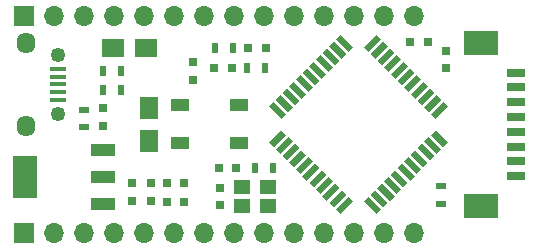
<source format=gbr>
G04 #@! TF.FileFunction,Soldermask,Top*
%FSLAX46Y46*%
G04 Gerber Fmt 4.6, Leading zero omitted, Abs format (unit mm)*
G04 Created by KiCad (PCBNEW 4.0.7-e2-6376~61~ubuntu18.04.1) date Sun Sep 30 15:28:24 2018*
%MOMM*%
%LPD*%
G01*
G04 APERTURE LIST*
%ADD10C,0.100000*%
%ADD11R,1.350000X0.400000*%
%ADD12O,1.250000X1.250000*%
%ADD13O,1.550000X1.800000*%
%ADD14R,1.600000X1.000000*%
%ADD15R,1.600000X0.800000*%
%ADD16R,3.000000X2.100000*%
%ADD17R,2.032000X3.657600*%
%ADD18R,2.032000X1.016000*%
%ADD19R,0.750000X0.800000*%
%ADD20R,0.800000X0.750000*%
%ADD21R,1.950000X1.500000*%
%ADD22R,1.500000X1.950000*%
%ADD23R,0.500000X0.900000*%
%ADD24R,0.900000X0.500000*%
%ADD25R,1.400000X1.200000*%
%ADD26R,1.700000X1.700000*%
%ADD27O,1.700000X1.700000*%
G04 APERTURE END LIST*
D10*
G36*
X77673134Y-53305188D02*
X78062042Y-52916280D01*
X79122702Y-53976940D01*
X78733794Y-54365848D01*
X77673134Y-53305188D01*
X77673134Y-53305188D01*
G37*
G36*
X77107449Y-53870874D02*
X77496357Y-53481966D01*
X78557017Y-54542626D01*
X78168109Y-54931534D01*
X77107449Y-53870874D01*
X77107449Y-53870874D01*
G37*
G36*
X76541764Y-54436559D02*
X76930672Y-54047651D01*
X77991332Y-55108311D01*
X77602424Y-55497219D01*
X76541764Y-54436559D01*
X76541764Y-54436559D01*
G37*
G36*
X75976078Y-55002244D02*
X76364986Y-54613336D01*
X77425646Y-55673996D01*
X77036738Y-56062904D01*
X75976078Y-55002244D01*
X75976078Y-55002244D01*
G37*
G36*
X75410393Y-55567930D02*
X75799301Y-55179022D01*
X76859961Y-56239682D01*
X76471053Y-56628590D01*
X75410393Y-55567930D01*
X75410393Y-55567930D01*
G37*
G36*
X74844707Y-56133615D02*
X75233615Y-55744707D01*
X76294275Y-56805367D01*
X75905367Y-57194275D01*
X74844707Y-56133615D01*
X74844707Y-56133615D01*
G37*
G36*
X74279022Y-56699301D02*
X74667930Y-56310393D01*
X75728590Y-57371053D01*
X75339682Y-57759961D01*
X74279022Y-56699301D01*
X74279022Y-56699301D01*
G37*
G36*
X73713336Y-57264986D02*
X74102244Y-56876078D01*
X75162904Y-57936738D01*
X74773996Y-58325646D01*
X73713336Y-57264986D01*
X73713336Y-57264986D01*
G37*
G36*
X73147651Y-57830672D02*
X73536559Y-57441764D01*
X74597219Y-58502424D01*
X74208311Y-58891332D01*
X73147651Y-57830672D01*
X73147651Y-57830672D01*
G37*
G36*
X72581966Y-58396357D02*
X72970874Y-58007449D01*
X74031534Y-59068109D01*
X73642626Y-59457017D01*
X72581966Y-58396357D01*
X72581966Y-58396357D01*
G37*
G36*
X72016280Y-58962042D02*
X72405188Y-58573134D01*
X73465848Y-59633794D01*
X73076940Y-60022702D01*
X72016280Y-58962042D01*
X72016280Y-58962042D01*
G37*
G36*
X72405188Y-62426866D02*
X72016280Y-62037958D01*
X73076940Y-60977298D01*
X73465848Y-61366206D01*
X72405188Y-62426866D01*
X72405188Y-62426866D01*
G37*
G36*
X72970874Y-62992551D02*
X72581966Y-62603643D01*
X73642626Y-61542983D01*
X74031534Y-61931891D01*
X72970874Y-62992551D01*
X72970874Y-62992551D01*
G37*
G36*
X73536559Y-63558236D02*
X73147651Y-63169328D01*
X74208311Y-62108668D01*
X74597219Y-62497576D01*
X73536559Y-63558236D01*
X73536559Y-63558236D01*
G37*
G36*
X74102244Y-64123922D02*
X73713336Y-63735014D01*
X74773996Y-62674354D01*
X75162904Y-63063262D01*
X74102244Y-64123922D01*
X74102244Y-64123922D01*
G37*
G36*
X74667930Y-64689607D02*
X74279022Y-64300699D01*
X75339682Y-63240039D01*
X75728590Y-63628947D01*
X74667930Y-64689607D01*
X74667930Y-64689607D01*
G37*
G36*
X75233615Y-65255293D02*
X74844707Y-64866385D01*
X75905367Y-63805725D01*
X76294275Y-64194633D01*
X75233615Y-65255293D01*
X75233615Y-65255293D01*
G37*
G36*
X75799301Y-65820978D02*
X75410393Y-65432070D01*
X76471053Y-64371410D01*
X76859961Y-64760318D01*
X75799301Y-65820978D01*
X75799301Y-65820978D01*
G37*
G36*
X76364986Y-66386664D02*
X75976078Y-65997756D01*
X77036738Y-64937096D01*
X77425646Y-65326004D01*
X76364986Y-66386664D01*
X76364986Y-66386664D01*
G37*
G36*
X76930672Y-66952349D02*
X76541764Y-66563441D01*
X77602424Y-65502781D01*
X77991332Y-65891689D01*
X76930672Y-66952349D01*
X76930672Y-66952349D01*
G37*
G36*
X77496357Y-67518034D02*
X77107449Y-67129126D01*
X78168109Y-66068466D01*
X78557017Y-66457374D01*
X77496357Y-67518034D01*
X77496357Y-67518034D01*
G37*
G36*
X78062042Y-68083720D02*
X77673134Y-67694812D01*
X78733794Y-66634152D01*
X79122702Y-67023060D01*
X78062042Y-68083720D01*
X78062042Y-68083720D01*
G37*
G36*
X80077298Y-67023060D02*
X80466206Y-66634152D01*
X81526866Y-67694812D01*
X81137958Y-68083720D01*
X80077298Y-67023060D01*
X80077298Y-67023060D01*
G37*
G36*
X80642983Y-66457374D02*
X81031891Y-66068466D01*
X82092551Y-67129126D01*
X81703643Y-67518034D01*
X80642983Y-66457374D01*
X80642983Y-66457374D01*
G37*
G36*
X81208668Y-65891689D02*
X81597576Y-65502781D01*
X82658236Y-66563441D01*
X82269328Y-66952349D01*
X81208668Y-65891689D01*
X81208668Y-65891689D01*
G37*
G36*
X81774354Y-65326004D02*
X82163262Y-64937096D01*
X83223922Y-65997756D01*
X82835014Y-66386664D01*
X81774354Y-65326004D01*
X81774354Y-65326004D01*
G37*
G36*
X82340039Y-64760318D02*
X82728947Y-64371410D01*
X83789607Y-65432070D01*
X83400699Y-65820978D01*
X82340039Y-64760318D01*
X82340039Y-64760318D01*
G37*
G36*
X82905725Y-64194633D02*
X83294633Y-63805725D01*
X84355293Y-64866385D01*
X83966385Y-65255293D01*
X82905725Y-64194633D01*
X82905725Y-64194633D01*
G37*
G36*
X83471410Y-63628947D02*
X83860318Y-63240039D01*
X84920978Y-64300699D01*
X84532070Y-64689607D01*
X83471410Y-63628947D01*
X83471410Y-63628947D01*
G37*
G36*
X84037096Y-63063262D02*
X84426004Y-62674354D01*
X85486664Y-63735014D01*
X85097756Y-64123922D01*
X84037096Y-63063262D01*
X84037096Y-63063262D01*
G37*
G36*
X84602781Y-62497576D02*
X84991689Y-62108668D01*
X86052349Y-63169328D01*
X85663441Y-63558236D01*
X84602781Y-62497576D01*
X84602781Y-62497576D01*
G37*
G36*
X85168466Y-61931891D02*
X85557374Y-61542983D01*
X86618034Y-62603643D01*
X86229126Y-62992551D01*
X85168466Y-61931891D01*
X85168466Y-61931891D01*
G37*
G36*
X85734152Y-61366206D02*
X86123060Y-60977298D01*
X87183720Y-62037958D01*
X86794812Y-62426866D01*
X85734152Y-61366206D01*
X85734152Y-61366206D01*
G37*
G36*
X86123060Y-60022702D02*
X85734152Y-59633794D01*
X86794812Y-58573134D01*
X87183720Y-58962042D01*
X86123060Y-60022702D01*
X86123060Y-60022702D01*
G37*
G36*
X85557374Y-59457017D02*
X85168466Y-59068109D01*
X86229126Y-58007449D01*
X86618034Y-58396357D01*
X85557374Y-59457017D01*
X85557374Y-59457017D01*
G37*
G36*
X84991689Y-58891332D02*
X84602781Y-58502424D01*
X85663441Y-57441764D01*
X86052349Y-57830672D01*
X84991689Y-58891332D01*
X84991689Y-58891332D01*
G37*
G36*
X84426004Y-58325646D02*
X84037096Y-57936738D01*
X85097756Y-56876078D01*
X85486664Y-57264986D01*
X84426004Y-58325646D01*
X84426004Y-58325646D01*
G37*
G36*
X83860318Y-57759961D02*
X83471410Y-57371053D01*
X84532070Y-56310393D01*
X84920978Y-56699301D01*
X83860318Y-57759961D01*
X83860318Y-57759961D01*
G37*
G36*
X83294633Y-57194275D02*
X82905725Y-56805367D01*
X83966385Y-55744707D01*
X84355293Y-56133615D01*
X83294633Y-57194275D01*
X83294633Y-57194275D01*
G37*
G36*
X82728947Y-56628590D02*
X82340039Y-56239682D01*
X83400699Y-55179022D01*
X83789607Y-55567930D01*
X82728947Y-56628590D01*
X82728947Y-56628590D01*
G37*
G36*
X82163262Y-56062904D02*
X81774354Y-55673996D01*
X82835014Y-54613336D01*
X83223922Y-55002244D01*
X82163262Y-56062904D01*
X82163262Y-56062904D01*
G37*
G36*
X81597576Y-55497219D02*
X81208668Y-55108311D01*
X82269328Y-54047651D01*
X82658236Y-54436559D01*
X81597576Y-55497219D01*
X81597576Y-55497219D01*
G37*
G36*
X81031891Y-54931534D02*
X80642983Y-54542626D01*
X81703643Y-53481966D01*
X82092551Y-53870874D01*
X81031891Y-54931534D01*
X81031891Y-54931534D01*
G37*
G36*
X80466206Y-54365848D02*
X80077298Y-53976940D01*
X81137958Y-52916280D01*
X81526866Y-53305188D01*
X80466206Y-54365848D01*
X80466206Y-54365848D01*
G37*
D11*
X54162540Y-55799100D03*
X54162540Y-56449100D03*
X54162540Y-57099100D03*
X54162540Y-57749100D03*
X54162540Y-58399100D03*
D12*
X54162540Y-54599100D03*
X54162540Y-59599100D03*
D13*
X51462540Y-53599100D03*
X51462540Y-60599100D03*
D14*
X64500000Y-58900000D03*
X64500000Y-62100000D03*
X69500000Y-58900000D03*
X69500000Y-62100000D03*
D15*
X92900000Y-56125000D03*
X92900000Y-57375000D03*
X92900000Y-58625000D03*
X92900000Y-59875000D03*
X92900000Y-61125000D03*
X92900000Y-62375000D03*
X92900000Y-63625000D03*
X92900000Y-64875000D03*
D16*
X90000000Y-53575000D03*
X90000000Y-67425000D03*
D17*
X51348000Y-64950000D03*
D18*
X57952000Y-64950000D03*
X57952000Y-62664000D03*
X57952000Y-67236000D03*
D19*
X67900000Y-67350000D03*
X67900000Y-65850000D03*
D20*
X69250000Y-64200000D03*
X67750000Y-64200000D03*
D21*
X58825000Y-54000000D03*
X61575000Y-54000000D03*
D20*
X85450000Y-53500000D03*
X83950000Y-53500000D03*
D19*
X58000000Y-59150000D03*
X58000000Y-60650000D03*
X87000000Y-54250000D03*
X87000000Y-55750000D03*
D22*
X61900000Y-61875000D03*
X61900000Y-59125000D03*
D20*
X63350000Y-67100000D03*
X64850000Y-67100000D03*
X64850000Y-65500000D03*
X63350000Y-65500000D03*
X67350000Y-55700000D03*
X68850000Y-55700000D03*
D19*
X65600000Y-56750000D03*
X65600000Y-55250000D03*
X60400000Y-65450000D03*
X60400000Y-66950000D03*
X62000000Y-65450000D03*
X62000000Y-66950000D03*
D20*
X70250000Y-54000000D03*
X71750000Y-54000000D03*
D23*
X70850000Y-64200000D03*
X72350000Y-64200000D03*
X59450000Y-57600000D03*
X57950000Y-57600000D03*
X59450000Y-56000000D03*
X57950000Y-56000000D03*
D24*
X56400000Y-59250000D03*
X56400000Y-60750000D03*
X86600000Y-67250000D03*
X86600000Y-65750000D03*
D23*
X67450000Y-54000000D03*
X68950000Y-54000000D03*
X70150000Y-55700000D03*
X71650000Y-55700000D03*
D25*
X71900000Y-65800000D03*
X69700000Y-65800000D03*
X71900000Y-67400000D03*
X69700000Y-67400000D03*
D26*
X51300000Y-51300000D03*
D27*
X53840000Y-51300000D03*
X56380000Y-51300000D03*
X58920000Y-51300000D03*
X61460000Y-51300000D03*
X64000000Y-51300000D03*
X66540000Y-51300000D03*
X69080000Y-51300000D03*
X71620000Y-51300000D03*
X74160000Y-51300000D03*
X76700000Y-51300000D03*
X79240000Y-51300000D03*
X81780000Y-51300000D03*
X84320000Y-51300000D03*
D26*
X51300000Y-69700000D03*
D27*
X53840000Y-69700000D03*
X56380000Y-69700000D03*
X58920000Y-69700000D03*
X61460000Y-69700000D03*
X64000000Y-69700000D03*
X66540000Y-69700000D03*
X69080000Y-69700000D03*
X71620000Y-69700000D03*
X74160000Y-69700000D03*
X76700000Y-69700000D03*
X79240000Y-69700000D03*
X81780000Y-69700000D03*
X84320000Y-69700000D03*
M02*

</source>
